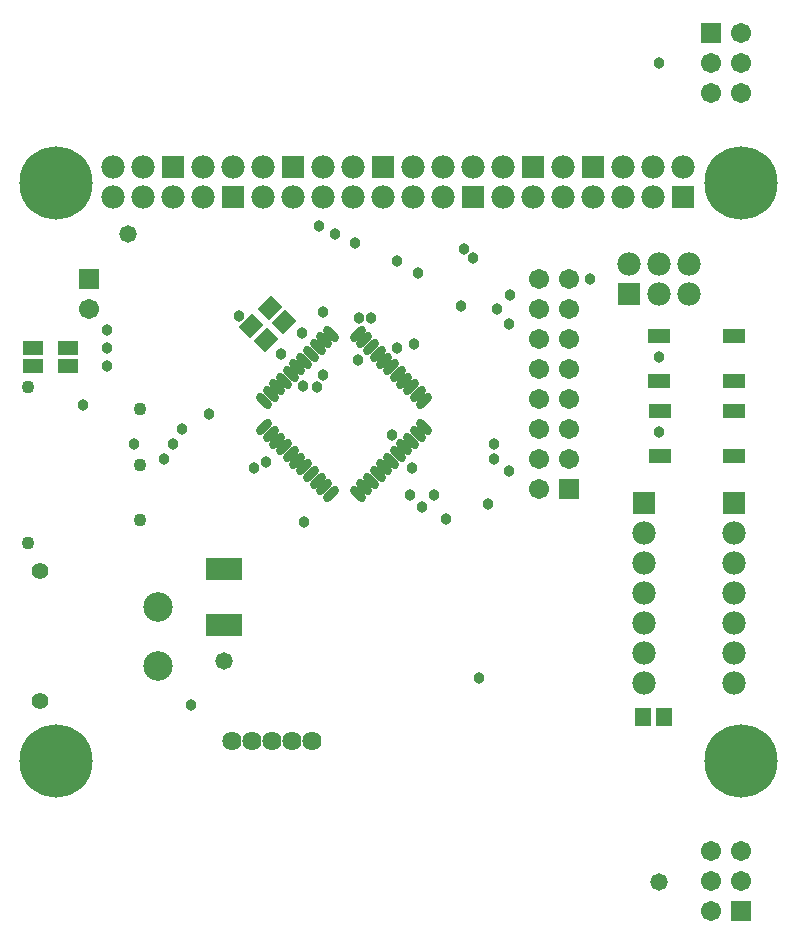
<source format=gts>
G04 Layer_Color=8388736*
%FSLAX25Y25*%
%MOIN*%
G70*
G01*
G75*
G04:AMPARAMS|DCode=50|XSize=63.12mil|YSize=55.24mil|CornerRadius=0mil|HoleSize=0mil|Usage=FLASHONLY|Rotation=225.000|XOffset=0mil|YOffset=0mil|HoleType=Round|Shape=Rectangle|*
%AMROTATEDRECTD50*
4,1,4,0.00278,0.04185,0.04185,0.00278,-0.00278,-0.04185,-0.04185,-0.00278,0.00278,0.04185,0.0*
%
%ADD50ROTATEDRECTD50*%

%ADD51R,0.07493X0.04737*%
%ADD52R,0.05328X0.06115*%
%ADD53R,0.06706X0.05131*%
%ADD54R,0.12414X0.07414*%
G04:AMPARAMS|DCode=55|XSize=29.65mil|YSize=65.09mil|CornerRadius=0mil|HoleSize=0mil|Usage=FLASHONLY|Rotation=135.000|XOffset=0mil|YOffset=0mil|HoleType=Round|Shape=Round|*
%AMOVALD55*
21,1,0.03543,0.02965,0.00000,0.00000,225.0*
1,1,0.02965,0.01253,0.01253*
1,1,0.02965,-0.01253,-0.01253*
%
%ADD55OVALD55*%

G04:AMPARAMS|DCode=56|XSize=29.65mil|YSize=65.09mil|CornerRadius=0mil|HoleSize=0mil|Usage=FLASHONLY|Rotation=45.000|XOffset=0mil|YOffset=0mil|HoleType=Round|Shape=Round|*
%AMOVALD56*
21,1,0.03543,0.02965,0.00000,0.00000,135.0*
1,1,0.02965,0.01253,-0.01253*
1,1,0.02965,-0.01253,0.01253*
%
%ADD56OVALD56*%

%ADD57C,0.24409*%
%ADD58C,0.05524*%
%ADD59C,0.09855*%
%ADD60C,0.06706*%
%ADD61R,0.06706X0.06706*%
%ADD62R,0.07800X0.07800*%
%ADD63C,0.07800*%
%ADD64R,0.07800X0.07800*%
%ADD65C,0.06400*%
%ADD66C,0.04343*%
%ADD67C,0.03800*%
%ADD68C,0.05800*%
D50*
X79071Y159304D02*
D03*
X85196Y165429D02*
D03*
X83804Y154571D02*
D03*
X89929Y160696D02*
D03*
D51*
X215197Y116039D02*
D03*
X240000D02*
D03*
X215197Y131000D02*
D03*
X240000D02*
D03*
X239803Y155961D02*
D03*
X215000D02*
D03*
X239803Y141000D02*
D03*
X215000D02*
D03*
D52*
X216445Y29000D02*
D03*
X209555D02*
D03*
D53*
X17906Y151953D02*
D03*
Y146047D02*
D03*
X6095D02*
D03*
Y151953D02*
D03*
D54*
X70000Y59591D02*
D03*
Y78409D02*
D03*
D55*
X83275Y125546D02*
D03*
X85502Y123319D02*
D03*
X87729Y121092D02*
D03*
X89956Y118865D02*
D03*
X92183Y116637D02*
D03*
X94410Y114410D02*
D03*
X96637Y112183D02*
D03*
X98865Y109956D02*
D03*
X101092Y107729D02*
D03*
X103319Y105502D02*
D03*
X105546Y103275D02*
D03*
X136725Y134454D02*
D03*
X134498Y136681D02*
D03*
X132271Y138908D02*
D03*
X130044Y141136D02*
D03*
X127817Y143363D02*
D03*
X125590Y145590D02*
D03*
X123363Y147817D02*
D03*
X121135Y150044D02*
D03*
X118908Y152271D02*
D03*
X116681Y154498D02*
D03*
X114454Y156725D02*
D03*
D56*
Y103275D02*
D03*
X116681Y105502D02*
D03*
X118908Y107729D02*
D03*
X121135Y109956D02*
D03*
X123363Y112183D02*
D03*
X125590Y114410D02*
D03*
X127817Y116637D02*
D03*
X130044Y118865D02*
D03*
X132271Y121092D02*
D03*
X134498Y123319D02*
D03*
X136725Y125546D02*
D03*
X105546Y156725D02*
D03*
X103319Y154498D02*
D03*
X101092Y152271D02*
D03*
X98864Y150044D02*
D03*
X96637Y147817D02*
D03*
X94410Y145590D02*
D03*
X92183Y143363D02*
D03*
X89956Y141136D02*
D03*
X87729Y138908D02*
D03*
X85502Y136681D02*
D03*
X83275Y134454D02*
D03*
D57*
X13780Y14173D02*
D03*
X242126D02*
D03*
Y207087D02*
D03*
X13780D02*
D03*
D58*
X8630Y77496D02*
D03*
Y34189D02*
D03*
D59*
X48000Y65685D02*
D03*
Y46000D02*
D03*
D60*
X25000Y165000D02*
D03*
X175000Y175000D02*
D03*
X185000D02*
D03*
X175000Y165000D02*
D03*
X185000D02*
D03*
X175000Y155000D02*
D03*
X185000D02*
D03*
X175000Y145000D02*
D03*
X185000D02*
D03*
X175000Y135000D02*
D03*
X185000D02*
D03*
X175000Y125000D02*
D03*
X185000D02*
D03*
X175000Y115000D02*
D03*
X185000D02*
D03*
X175000Y105000D02*
D03*
X242126Y237087D02*
D03*
X232126D02*
D03*
X242126Y247087D02*
D03*
X232126D02*
D03*
X242126Y257087D02*
D03*
X232126Y-15827D02*
D03*
X242126D02*
D03*
X232126Y-25827D02*
D03*
X242126D02*
D03*
X232126Y-35827D02*
D03*
D61*
X25000Y175000D02*
D03*
X185000Y105000D02*
D03*
X232126Y257087D02*
D03*
X242126Y-35827D02*
D03*
D62*
X240000Y100236D02*
D03*
X210000D02*
D03*
D63*
X240000Y90236D02*
D03*
Y80236D02*
D03*
Y70236D02*
D03*
Y60236D02*
D03*
Y50236D02*
D03*
Y40236D02*
D03*
X210000Y90236D02*
D03*
Y80236D02*
D03*
Y70236D02*
D03*
Y60236D02*
D03*
Y50236D02*
D03*
Y40236D02*
D03*
X225000Y180000D02*
D03*
Y170000D02*
D03*
X215000Y180000D02*
D03*
Y170000D02*
D03*
X205000Y180000D02*
D03*
X33000Y202394D02*
D03*
Y212394D02*
D03*
X43000Y202394D02*
D03*
Y212394D02*
D03*
X53000Y202394D02*
D03*
X63000D02*
D03*
Y212394D02*
D03*
X73000D02*
D03*
X83000Y202394D02*
D03*
Y212394D02*
D03*
X93000Y202394D02*
D03*
X103000D02*
D03*
Y212394D02*
D03*
X113000Y202394D02*
D03*
Y212394D02*
D03*
X123000Y202394D02*
D03*
X133000D02*
D03*
Y212394D02*
D03*
X143000Y202394D02*
D03*
Y212394D02*
D03*
X153000D02*
D03*
X163000Y202394D02*
D03*
Y212394D02*
D03*
X173000Y202394D02*
D03*
X183000D02*
D03*
Y212394D02*
D03*
X193000Y202394D02*
D03*
X203000D02*
D03*
Y212394D02*
D03*
X213000Y202394D02*
D03*
Y212394D02*
D03*
X223000D02*
D03*
D64*
X205000Y170000D02*
D03*
X53000Y212394D02*
D03*
X73000Y202394D02*
D03*
X93000Y212394D02*
D03*
X123000D02*
D03*
X153000Y202394D02*
D03*
X173000Y212394D02*
D03*
X193000D02*
D03*
X223000Y202394D02*
D03*
D65*
X99400Y21000D02*
D03*
X92700D02*
D03*
X86000D02*
D03*
X79300D02*
D03*
X72600D02*
D03*
D66*
X42000Y113000D02*
D03*
Y131500D02*
D03*
Y94500D02*
D03*
X4500Y139000D02*
D03*
Y87000D02*
D03*
D67*
X215087Y247087D02*
D03*
X134500Y177000D02*
D03*
X127500Y181000D02*
D03*
X113500Y187000D02*
D03*
X107000Y190000D02*
D03*
X101500Y192500D02*
D03*
X75000Y162500D02*
D03*
X96366Y139180D02*
D03*
X89000Y150000D02*
D03*
X96000Y157000D02*
D03*
X215000Y124000D02*
D03*
X214803Y148961D02*
D03*
X165000Y111000D02*
D03*
X158000Y100000D02*
D03*
X160000Y115000D02*
D03*
Y120000D02*
D03*
X101000Y139000D02*
D03*
X125861Y123048D02*
D03*
X127546Y152000D02*
D03*
X133183Y153183D02*
D03*
X165183Y169817D02*
D03*
X161000Y165000D02*
D03*
X165000Y160000D02*
D03*
X150000Y185000D02*
D03*
X153000Y182000D02*
D03*
X84000Y114000D02*
D03*
X119000Y162000D02*
D03*
X115000D02*
D03*
X149000Y166000D02*
D03*
X103000Y164000D02*
D03*
X144000Y95000D02*
D03*
X59000Y33000D02*
D03*
X155000Y42000D02*
D03*
X80000Y112000D02*
D03*
X114725Y148088D02*
D03*
X140000Y103000D02*
D03*
X132000D02*
D03*
X136000Y99000D02*
D03*
X132454Y112000D02*
D03*
X96716Y94000D02*
D03*
X31000Y146000D02*
D03*
Y152000D02*
D03*
Y158000D02*
D03*
X50000Y115000D02*
D03*
X53000Y120000D02*
D03*
X56000Y125000D02*
D03*
X65000Y130000D02*
D03*
X40000Y120000D02*
D03*
X23000Y133000D02*
D03*
X192000Y175000D02*
D03*
X103000Y143000D02*
D03*
D68*
X70000Y47661D02*
D03*
X215000Y-26000D02*
D03*
X38000Y190000D02*
D03*
M02*

</source>
